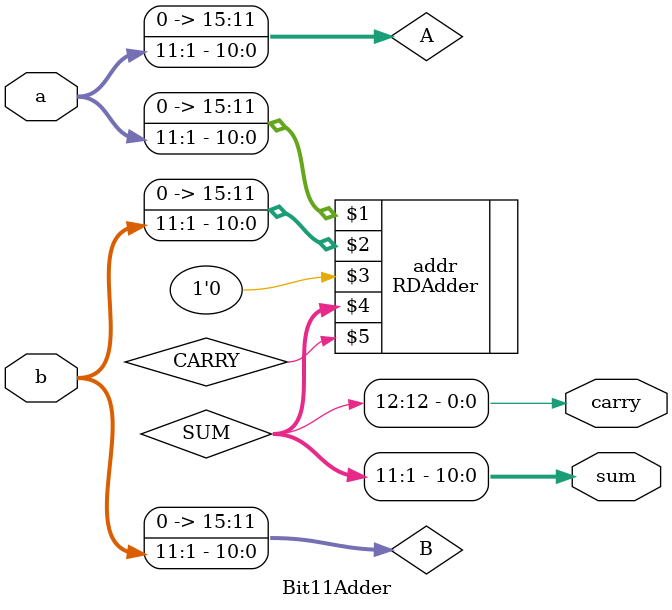
<source format=v>

module Bit11Adder (a, b, sum, carry);

input [11:1] a;
input [11:1] b;

output [11:1] sum;
output carry;

wire [16:1] A, B, SUM;
wire CARRY;

assign A[11:1] = a;
assign A[16:12] = 5'b00000;
assign B[11:1] = b;
assign B[16:12] = 5'b00000;

RDAdder addr (A, B, 1'b0, SUM, CARRY);

assign sum = SUM[11:1];
assign carry = SUM[12];

endmodule
</source>
